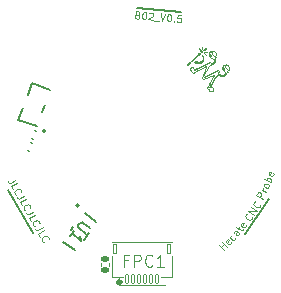
<source format=gbr>
%TF.GenerationSoftware,KiCad,Pcbnew,7.0.10*%
%TF.CreationDate,2024-11-13T08:35:09-08:00*%
%TF.ProjectId,ballBearingBoard241112,62616c6c-4265-4617-9269-6e67426f6172,rev?*%
%TF.SameCoordinates,Original*%
%TF.FileFunction,Legend,Top*%
%TF.FilePolarity,Positive*%
%FSLAX46Y46*%
G04 Gerber Fmt 4.6, Leading zero omitted, Abs format (unit mm)*
G04 Created by KiCad (PCBNEW 7.0.10) date 2024-11-13 08:35:09*
%MOMM*%
%LPD*%
G01*
G04 APERTURE LIST*
G04 Aperture macros list*
%AMRoundRect*
0 Rectangle with rounded corners*
0 $1 Rounding radius*
0 $2 $3 $4 $5 $6 $7 $8 $9 X,Y pos of 4 corners*
0 Add a 4 corners polygon primitive as box body*
4,1,4,$2,$3,$4,$5,$6,$7,$8,$9,$2,$3,0*
0 Add four circle primitives for the rounded corners*
1,1,$1+$1,$2,$3*
1,1,$1+$1,$4,$5*
1,1,$1+$1,$6,$7*
1,1,$1+$1,$8,$9*
0 Add four rect primitives between the rounded corners*
20,1,$1+$1,$2,$3,$4,$5,0*
20,1,$1+$1,$4,$5,$6,$7,0*
20,1,$1+$1,$6,$7,$8,$9,0*
20,1,$1+$1,$8,$9,$2,$3,0*%
%AMRotRect*
0 Rectangle, with rotation*
0 The origin of the aperture is its center*
0 $1 length*
0 $2 width*
0 $3 Rotation angle, in degrees counterclockwise*
0 Add horizontal line*
21,1,$1,$2,0,0,$3*%
G04 Aperture macros list end*
%ADD10C,0.150000*%
%ADD11C,0.070000*%
%ADD12C,0.050000*%
%ADD13C,0.128298*%
%ADD14C,0.000000*%
%ADD15C,0.100000*%
%ADD16C,0.152400*%
%ADD17C,0.304000*%
%ADD18C,0.120000*%
%ADD19RotRect,0.508000X0.863600X233.000000*%
%ADD20RotRect,0.889000X0.863600X233.000000*%
%ADD21RoundRect,0.030000X-0.120000X-0.370000X0.120000X-0.370000X0.120000X0.370000X-0.120000X0.370000X0*%
%ADD22RoundRect,0.040000X-0.160000X-0.360000X0.160000X-0.360000X0.160000X0.360000X-0.160000X0.360000X0*%
%ADD23RotRect,0.584200X1.320800X70.000000*%
%ADD24C,2.100000*%
%ADD25C,2.250000*%
%ADD26RoundRect,0.140000X0.170000X-0.140000X0.170000X0.140000X-0.170000X0.140000X-0.170000X-0.140000X0*%
%ADD27RoundRect,0.140000X-0.189700X-0.111865X0.073414X-0.207631X0.189700X0.111865X-0.073414X0.207631X0*%
G04 APERTURE END LIST*
D10*
X-11303000Y-3860800D02*
X-9144000Y-7543800D01*
X-355600Y11557000D02*
X3352800Y11201400D01*
X8788400Y-7645400D02*
X10820400Y-4622800D01*
D11*
X7074795Y5828859D02*
X7059387Y5819458D01*
X4157890Y6321950D02*
X4156869Y6332386D01*
X5838502Y4868467D02*
X5845388Y4869258D01*
X4192102Y6457602D02*
X4198850Y6466464D01*
X4218615Y6244253D02*
X4222080Y6243375D01*
X7078480Y6122961D02*
X7090721Y6106408D01*
X6249766Y6995232D02*
X6257722Y7012799D01*
X6007278Y4827380D02*
X6019399Y4817834D01*
X6511726Y5986447D02*
X6528086Y5978993D01*
X6195710Y7065351D02*
X6190891Y7045701D01*
X4236395Y6222111D02*
X4236457Y6213540D01*
X5910041Y6734209D02*
X5927335Y6740137D01*
X4232687Y6236355D02*
X4234233Y6233058D01*
X4166445Y6405998D02*
X4161691Y6388948D01*
X6848704Y5871628D02*
X6817584Y5875491D01*
X6280059Y7080140D02*
X6283492Y7096156D01*
X6196609Y7128810D02*
X6199021Y7110376D01*
X6700426Y5808026D02*
X6661657Y5816596D01*
X6284346Y7288938D02*
X6286902Y7302082D01*
X4230952Y6493887D02*
X4218097Y6485195D01*
X6170669Y7000006D02*
X6158828Y6980710D01*
X4230952Y6493887D02*
X4239844Y6498884D01*
X7031209Y5924550D02*
X7045108Y5937133D01*
X6307721Y7355705D02*
X6297903Y7335387D01*
X7034368Y5806749D02*
X7015519Y5799966D01*
X6123658Y6937187D02*
X6134722Y6949329D01*
X6132996Y7224273D02*
X6122610Y7230412D01*
X6188352Y7157822D02*
X6183686Y7168738D01*
X6060394Y6881333D02*
X6074047Y6891524D01*
X5716744Y4647305D02*
X5705634Y4644331D01*
X4222080Y6243375D02*
X4226811Y6241659D01*
X4699455Y6387158D02*
G75*
G03*
X4761758Y6236357I234655J8676D01*
G01*
X6500286Y5849564D02*
X6482274Y5849346D01*
X6170669Y7000006D02*
X6177735Y7012970D01*
X4210151Y6478134D02*
X4198850Y6466464D01*
X6744827Y5893237D02*
X6765489Y5887169D01*
X6123658Y6937187D02*
X6106154Y6919357D01*
X7203323Y6020409D02*
X7196507Y6007549D01*
X5958838Y4853782D02*
X5976843Y4845846D01*
X5919611Y6830628D02*
X5932969Y6829428D01*
X6025215Y6858514D02*
X6039483Y6866934D01*
X6149629Y6968055D02*
X6158828Y6980710D01*
X7214418Y6039165D02*
X7203323Y6020409D01*
X6285288Y7190454D02*
X6284024Y7203894D01*
X6093585Y6907990D02*
X6074047Y6891524D01*
X4407889Y6454090D02*
X4398182Y6463935D01*
X4229386Y6239847D02*
X4232687Y6236355D01*
X7163767Y5940998D02*
X7153191Y5920722D01*
X6075139Y4567299D02*
X6055835Y4540957D01*
X4453969Y6289964D02*
X4454269Y6292046D01*
X6347506Y5755240D02*
X6335280Y5741545D01*
X6279175Y5663072D02*
X5828054Y4866713D01*
X4157890Y6321950D02*
X4160212Y6306998D01*
X5317732Y5664910D02*
X5258063Y5728890D01*
X7103644Y6064660D02*
X7103228Y6044903D01*
X5801029Y4859673D02*
X5828054Y4866713D01*
X6199155Y7097686D02*
X6198006Y7078391D01*
X6317225Y5719978D02*
X6305751Y5704493D01*
X7222251Y6051438D02*
X7214418Y6039165D01*
X7094875Y5844956D02*
X7074795Y5828859D01*
X4210151Y6478134D02*
X4218097Y6485195D01*
X4162568Y6297944D02*
X4160212Y6306998D01*
X5789349Y6650404D02*
X5804432Y6667146D01*
X4456401Y6315467D02*
X4456636Y6328494D01*
X7063071Y5957927D02*
X7045108Y5937133D01*
X4350217Y6496002D02*
X4336477Y6501689D01*
X5995122Y4493539D02*
X5967130Y4480692D01*
X5751833Y4610353D02*
X5746789Y4623926D01*
D12*
X5298812Y7688442D02*
X5300362Y7687440D01*
X5481556Y7553091D01*
X5483368Y7551589D01*
X5485208Y7547257D01*
X5484590Y7542586D01*
X5483250Y7540654D01*
X5481724Y7538928D01*
X5477464Y7537190D01*
X5472909Y7537803D01*
X5470997Y7539086D01*
X5291917Y7676230D01*
X5290525Y7677442D01*
X5289106Y7680838D01*
X5289565Y7684488D01*
X5291774Y7687424D01*
X5295158Y7688872D01*
X5298812Y7688442D01*
G36*
X5298812Y7688442D02*
G01*
X5300362Y7687440D01*
X5481556Y7553091D01*
X5483368Y7551589D01*
X5485208Y7547257D01*
X5484590Y7542586D01*
X5483250Y7540654D01*
X5481724Y7538928D01*
X5477464Y7537190D01*
X5472909Y7537803D01*
X5470997Y7539086D01*
X5291917Y7676230D01*
X5290525Y7677442D01*
X5289106Y7680838D01*
X5289565Y7684488D01*
X5291774Y7687424D01*
X5295158Y7688872D01*
X5298812Y7688442D01*
G37*
D11*
X5949217Y4476003D02*
X5923522Y4472342D01*
X6280059Y7080140D02*
X6273541Y7055561D01*
X5953994Y6747781D02*
X5972053Y6752752D01*
X6199155Y7097686D02*
X6199021Y7110376D01*
X6644890Y5928978D02*
X6664217Y5921328D01*
X5999726Y6760824D02*
X5972053Y6752752D01*
X5752759Y6601389D02*
X5748917Y6595407D01*
X6395324Y5801358D02*
X6377938Y5785734D01*
X6292941Y7322007D02*
X6297903Y7335387D01*
X7063071Y5957927D02*
X7073793Y5972307D01*
X4159544Y6377429D02*
X4161691Y6388948D01*
X7323633Y6148430D02*
X7302427Y6134006D01*
X5867964Y6715406D02*
X5884514Y6724030D01*
X6471670Y5847514D02*
X6456570Y5843219D01*
X6174753Y7183859D02*
X6168048Y7193379D01*
X7260147Y6097495D02*
X7244602Y6080799D01*
X6039839Y4525375D02*
X6013744Y4504343D01*
X7239844Y6381663D02*
X7295853Y6332127D01*
X7356721Y6290122D01*
X7422152Y6253000D01*
X7438292Y6244678D01*
X6188352Y7157822D02*
X6194145Y7140790D01*
X4454005Y6358195D02*
X4455233Y6349813D01*
X4378679Y6053453D02*
X5477851Y6578435D01*
X5218247Y5529142D02*
X6136100Y5872550D01*
X4391061Y6470105D02*
X4379824Y6478918D01*
X7271183Y6108346D02*
X7260147Y6097495D01*
X6553589Y5967606D02*
X6528086Y5978993D01*
X5477851Y6578435D02*
X5522290Y6530779D01*
X6186165Y7032591D02*
X6190891Y7045701D01*
X7050662Y6150619D02*
X7037122Y6161998D01*
X6037327Y4801848D02*
X6048741Y4789307D01*
X6019399Y4817834D02*
X6037327Y4801848D01*
D13*
X5216607Y7821007D02*
G75*
G03*
X5088309Y7821007I-64149J0D01*
G01*
X5088309Y7821007D02*
G75*
G03*
X5216607Y7821007I64149J0D01*
G01*
D11*
X6065049Y4768800D02*
X6074622Y4753353D01*
X4442838Y6398845D02*
X4445878Y6390925D01*
X6249766Y6995232D02*
X6236779Y6968701D01*
X5723469Y4647675D02*
X5716744Y4647305D01*
X6598008Y5948331D02*
X6616402Y5940567D01*
X5967130Y4480692D02*
X5949217Y4476003D01*
X5872452Y4482075D02*
X5853489Y4490764D01*
D14*
G36*
X6938565Y6546705D02*
G01*
X6949199Y6544082D01*
X6959259Y6541135D01*
X6978184Y6533441D01*
X6997059Y6523763D01*
X7006320Y6518813D01*
X7015374Y6513805D01*
X7032826Y6503644D01*
X7053679Y6489522D01*
X7062056Y6483472D01*
X7070128Y6477350D01*
X7082071Y6467701D01*
X7097587Y6452465D01*
X7104961Y6444496D01*
X7117579Y6429023D01*
X7127056Y6412798D01*
X7131593Y6403571D01*
X7137628Y6388009D01*
X7140503Y6371105D01*
X7141334Y6360759D01*
X7141052Y6345591D01*
X7137299Y6328635D01*
X7134147Y6318374D01*
X7128157Y6303527D01*
X7118418Y6287476D01*
X7112280Y6278642D01*
X7100828Y6264351D01*
X7086116Y6250345D01*
X7078065Y6243418D01*
X7061666Y6230905D01*
X7042990Y6219994D01*
X7025390Y6211111D01*
X6994310Y6196223D01*
X6985498Y6204416D01*
X6969081Y6222026D01*
X6954138Y6240897D01*
X6940767Y6260910D01*
X6929057Y6281944D01*
X6919072Y6303847D01*
X6910902Y6326485D01*
X6904571Y6349708D01*
X6900138Y6373369D01*
X6897633Y6397309D01*
X6897068Y6421369D01*
X6898439Y6445408D01*
X6901753Y6469246D01*
X6906973Y6492747D01*
X6914076Y6515753D01*
X6923008Y6538099D01*
X6928260Y6548931D01*
X6938565Y6546705D01*
G37*
D11*
X6227032Y6950997D02*
X6211519Y6924610D01*
X7323982Y6148649D02*
G75*
G03*
X7020424Y6174721I-129802J268915D01*
G01*
X6406515Y5810940D02*
X6395324Y5801358D01*
X6744827Y5893237D02*
X6714092Y5903071D01*
X6287536Y7155863D02*
X6286982Y7169969D01*
X5755194Y4600567D02*
X5751833Y4610353D01*
X6093588Y4710886D02*
X6100442Y4683117D01*
X6074622Y4753353D02*
X6087363Y4728715D01*
X4175725Y6268354D02*
X4179857Y6263151D01*
X7059387Y5819458D02*
X7034368Y5806749D01*
X6100442Y4683117D02*
X6101828Y4663796D01*
X6796729Y5879686D02*
X6765489Y5887169D01*
X4433733Y6418185D02*
X4437746Y6410565D01*
X4449559Y6378808D02*
X4451668Y6370643D01*
X6156190Y7206174D02*
X6147591Y7214073D01*
X6602917Y5830593D02*
X6582149Y5835486D01*
X6693978Y5910230D02*
X6664217Y5921328D01*
X4212755Y6245316D02*
X4218615Y6244253D01*
X7180196Y5974655D02*
X7170507Y5954519D01*
X5953717Y6831355D02*
X5932969Y6829428D01*
X4197590Y6249504D02*
X4202068Y6247894D01*
X7031209Y5924550D02*
X7008795Y5907194D01*
X7244602Y6080799D02*
X7235312Y6069209D01*
X5789349Y6650404D02*
X5767125Y6622729D01*
X5827743Y6688102D02*
X5843557Y6700492D01*
X5988993Y4839053D02*
X6007278Y4827380D01*
X5923522Y4472342D02*
X5907886Y4473279D01*
X4456263Y6337062D02*
X4455233Y6349813D01*
X6598008Y5948331D02*
X6570977Y5959941D01*
X6046163Y6777558D02*
X6018309Y6766745D01*
X6446908Y5838646D02*
X6432358Y5830285D01*
X5726429Y5022622D02*
G75*
G03*
X5874277Y4948110I165581J144612D01*
G01*
X5916868Y6891889D02*
X5865592Y6946881D01*
X6927917Y5783912D02*
X6902767Y5783302D01*
X4302655Y6509291D02*
X4312484Y6508060D01*
X5953994Y6747781D02*
X5927335Y6740137D01*
X5919611Y6830628D02*
X5900073Y6834812D01*
X5795973Y4857961D02*
X5801029Y4859673D01*
X4433733Y6418185D02*
X4427149Y6429424D01*
X5953717Y6831355D02*
X5967782Y6834039D01*
X4162568Y6297944D02*
X4166746Y6285328D01*
X5743074Y4631302D02*
X5736891Y4640502D01*
X6105417Y7237909D02*
X6122610Y7230412D01*
X4234233Y6233058D02*
X4235947Y6227153D01*
X5976843Y4845846D02*
X5988993Y4839053D01*
X7153191Y5920722D02*
X7145361Y5907339D01*
X6091253Y6800424D02*
X6064552Y6785686D01*
X4208638Y6246101D02*
X4212755Y6245316D01*
X6149629Y6968055D02*
X6134722Y6949329D01*
X4422113Y6436674D02*
X4427149Y6429424D01*
X6091253Y6800424D02*
X6108530Y6811302D01*
X4236457Y6213540D02*
X4235799Y6206679D01*
X6511726Y5986447D02*
X6487771Y5997506D01*
X6048741Y4789307D02*
X6065049Y4768800D01*
X6693978Y5910230D02*
X6714092Y5903071D01*
X6553200Y5842000D02*
X6536408Y5845186D01*
X5752759Y6601389D02*
X5767125Y6622729D01*
X5258063Y5728890D02*
X5748917Y6595407D01*
X6536408Y5845186D02*
X6513403Y5848725D01*
X5917926Y4865871D02*
X5929471Y4863209D01*
X4449559Y6378808D02*
X4445878Y6390925D01*
X5580153Y4765028D02*
X5697071Y4639649D01*
X6118611Y7515365D02*
X6175979Y7466955D01*
X6234424Y7428140D01*
X6298407Y7393858D01*
X6305094Y7390664D01*
X6795628Y5790865D02*
X6768067Y5795177D01*
X4583093Y6330873D02*
G75*
G03*
X4642663Y6179262I233817J4361D01*
G01*
X6575317Y6185847D02*
X6523885Y6240999D01*
D12*
X5459865Y8110866D02*
X5461546Y8109242D01*
X5463045Y8107455D01*
X5464083Y8102913D01*
X5462694Y8098457D01*
X5461064Y8096794D01*
X5294903Y7944250D01*
X5293470Y7943096D01*
X5289886Y7942280D01*
X5286363Y7943366D01*
X5283856Y7946056D01*
X5283025Y7949642D01*
X5284078Y7953166D01*
X5285333Y7954515D01*
X5449097Y8109627D01*
X5450874Y8111141D01*
X5455407Y8112210D01*
X5459865Y8110866D01*
G36*
X5459865Y8110866D02*
G01*
X5461546Y8109242D01*
X5463045Y8107455D01*
X5464083Y8102913D01*
X5462694Y8098457D01*
X5461064Y8096794D01*
X5294903Y7944250D01*
X5293470Y7943096D01*
X5289886Y7942280D01*
X5286363Y7943366D01*
X5283856Y7946056D01*
X5283025Y7949642D01*
X5284078Y7953166D01*
X5285333Y7954515D01*
X5449097Y8109627D01*
X5450874Y8111141D01*
X5455407Y8112210D01*
X5459865Y8110866D01*
G37*
D11*
X6985291Y5791473D02*
X6963046Y5787737D01*
X6513403Y5848725D02*
X6500286Y5849564D01*
X6992303Y5897630D02*
X7008795Y5907194D01*
X5999726Y6760824D02*
X6018309Y6766745D01*
X5907886Y4473279D02*
X5885798Y4477226D01*
X6287536Y7155863D02*
X6287561Y7134235D01*
X6947908Y5879542D02*
X6966362Y5885338D01*
X4253834Y6504340D02*
X4239844Y6498884D01*
X6073600Y7246982D02*
X6059837Y7249470D01*
X6136100Y5872550D02*
X6180538Y5824894D01*
X6169098Y6866440D02*
X6148131Y6843827D01*
X5705634Y4644331D02*
X5697071Y4639649D01*
D12*
X5154787Y8258147D02*
X5158816Y8255810D01*
X5161124Y8251756D01*
X5161225Y8249428D01*
X5159475Y8023875D01*
X5159339Y8022032D01*
X5157488Y8018859D01*
X5154296Y8017023D01*
X5150614Y8017018D01*
X5147428Y8018855D01*
X5145569Y8022033D01*
X5145440Y8023871D01*
X5143689Y8249429D01*
X5143790Y8251756D01*
X5146100Y8255808D01*
X5150125Y8258146D01*
X5152458Y8258265D01*
X5154787Y8258147D01*
G36*
X5154787Y8258147D02*
G01*
X5158816Y8255810D01*
X5161124Y8251756D01*
X5161225Y8249428D01*
X5159475Y8023875D01*
X5159339Y8022032D01*
X5157488Y8018859D01*
X5154296Y8017023D01*
X5150614Y8017018D01*
X5147428Y8018855D01*
X5145569Y8022033D01*
X5145440Y8023871D01*
X5143689Y8249429D01*
X5143790Y8251756D01*
X5146100Y8255808D01*
X5150125Y8258146D01*
X5152458Y8258265D01*
X5154787Y8258147D01*
G37*
X5580446Y7799875D02*
X5582759Y7799607D01*
X5586636Y7797024D01*
X5588693Y7792842D01*
X5588651Y7790511D01*
X5588371Y7788198D01*
X5585751Y7784341D01*
X5581550Y7782320D01*
X5579219Y7782377D01*
X5354335Y7799859D01*
X5352510Y7800124D01*
X5349465Y7802193D01*
X5347867Y7805506D01*
X5348127Y7809177D01*
X5350169Y7812227D01*
X5353470Y7813858D01*
X5355318Y7813858D01*
X5580446Y7799875D01*
G36*
X5580446Y7799875D02*
G01*
X5582759Y7799607D01*
X5586636Y7797024D01*
X5588693Y7792842D01*
X5588651Y7790511D01*
X5588371Y7788198D01*
X5585751Y7784341D01*
X5581550Y7782320D01*
X5579219Y7782377D01*
X5354335Y7799859D01*
X5352510Y7800124D01*
X5349465Y7802193D01*
X5347867Y7805506D01*
X5348127Y7809177D01*
X5350169Y7812227D01*
X5353470Y7813858D01*
X5355318Y7813858D01*
X5580446Y7799875D01*
G37*
D14*
G36*
X4953467Y7758534D02*
G01*
X4970541Y7754465D01*
X4987020Y7748424D01*
X5002677Y7740502D01*
X5017301Y7730803D01*
X5030687Y7719457D01*
X5042659Y7706622D01*
X5053041Y7692477D01*
X5061700Y7677212D01*
X5068511Y7661041D01*
X5073387Y7644181D01*
X5076249Y7626865D01*
X5077072Y7609344D01*
X5075835Y7591838D01*
X5072558Y7574593D01*
X5067288Y7557852D01*
X5063808Y7549801D01*
X5055182Y7541748D01*
X5041373Y7539754D01*
X5014113Y7533834D01*
X4987406Y7525769D01*
X4961427Y7515594D01*
X4936343Y7503383D01*
X4912312Y7489224D01*
X4889483Y7473184D01*
X4878655Y7464393D01*
X4877206Y7463177D01*
X4876708Y7463031D01*
X4876154Y7462943D01*
X4875552Y7462924D01*
X4874890Y7462953D01*
X4874182Y7463055D01*
X4873429Y7463207D01*
X4872623Y7463420D01*
X4871774Y7463699D01*
X4870871Y7464025D01*
X4869925Y7464416D01*
X4868935Y7464865D01*
X4867902Y7465368D01*
X4866826Y7465933D01*
X4865701Y7466543D01*
X4864539Y7467218D01*
X4863340Y7467941D01*
X4862096Y7468730D01*
X4860813Y7469562D01*
X4859497Y7470449D01*
X4858143Y7471399D01*
X4856747Y7472396D01*
X4855320Y7473442D01*
X4853854Y7474544D01*
X4852356Y7475699D01*
X4850830Y7476909D01*
X4849270Y7478160D01*
X4847679Y7479466D01*
X4846055Y7480821D01*
X4738666Y7380824D01*
X4747627Y7367405D01*
X4752536Y7357906D01*
X4753318Y7347690D01*
X4339144Y6961461D01*
X4337832Y6960765D01*
X4337292Y6960664D01*
X4336689Y6960621D01*
X4336036Y6960640D01*
X4335329Y6960726D01*
X4334577Y6960867D01*
X4333774Y6961067D01*
X4332922Y6961332D01*
X4332024Y6961655D01*
X4331076Y6962039D01*
X4330082Y6962480D01*
X4329044Y6962979D01*
X4327966Y6963532D01*
X4326845Y6964145D01*
X4325679Y6964819D01*
X4324471Y6965539D01*
X4323225Y6966319D01*
X4321946Y6967154D01*
X4320622Y6968036D01*
X4319268Y6968982D01*
X4317874Y6969979D01*
X4316446Y6971021D01*
X4314982Y6972123D01*
X4313480Y6973271D01*
X4311957Y6974471D01*
X4310398Y6975722D01*
X4308803Y6977027D01*
X4307187Y6978381D01*
X4305537Y6979775D01*
X4303873Y6981221D01*
X4237928Y6919413D01*
X4249344Y6901374D01*
X4250628Y6890885D01*
X3931702Y6593494D01*
X3917975Y6597460D01*
X3909594Y6603337D01*
X3901319Y6610083D01*
X3885058Y6625314D01*
X3877725Y6632946D01*
X3870648Y6640790D01*
X3863964Y6648701D01*
X3856682Y6658043D01*
X3848904Y6669380D01*
X3843858Y6678611D01*
X3842714Y6689106D01*
X4161540Y6986405D01*
X4179851Y6979255D01*
X4188464Y6972615D01*
X4254455Y7034495D01*
X4251976Y7037870D01*
X4250803Y7039519D01*
X4249679Y7041128D01*
X4248597Y7042714D01*
X4247567Y7044261D01*
X4246576Y7045771D01*
X4245639Y7047244D01*
X4244751Y7048688D01*
X4243904Y7050088D01*
X4243102Y7051455D01*
X4242352Y7052777D01*
X4241659Y7054058D01*
X4241007Y7055309D01*
X4240413Y7056513D01*
X4239860Y7057666D01*
X4239363Y7058784D01*
X4238916Y7059852D01*
X4238523Y7060881D01*
X4238179Y7061854D01*
X4237883Y7062790D01*
X4237651Y7063673D01*
X4237464Y7064503D01*
X4237334Y7065292D01*
X4237252Y7066023D01*
X4237235Y7066704D01*
X4237266Y7067327D01*
X4237351Y7067900D01*
X4237498Y7068422D01*
X4237697Y7068883D01*
X4238269Y7069638D01*
X4652470Y7455893D01*
X4653679Y7456561D01*
X4654184Y7456666D01*
X4654731Y7456724D01*
X4655325Y7456727D01*
X4655963Y7456673D01*
X4656645Y7456564D01*
X4657374Y7456410D01*
X4658143Y7456199D01*
X4658956Y7455927D01*
X4659812Y7455607D01*
X4660707Y7455241D01*
X4661642Y7454816D01*
X4662620Y7454349D01*
X4663633Y7453827D01*
X4664685Y7453259D01*
X4665772Y7452636D01*
X4666898Y7451962D01*
X4668059Y7451240D01*
X4669251Y7450471D01*
X4670486Y7449658D01*
X4671746Y7448786D01*
X4673045Y7447883D01*
X4674366Y7446923D01*
X4675726Y7445918D01*
X4677115Y7444869D01*
X4678531Y7443771D01*
X4679980Y7442625D01*
X4681452Y7441441D01*
X4682958Y7440207D01*
X4684478Y7438934D01*
X4791771Y7539017D01*
X4789331Y7542418D01*
X4788188Y7544058D01*
X4787093Y7545674D01*
X4786042Y7547254D01*
X4785038Y7548788D01*
X4784099Y7550297D01*
X4783192Y7551751D01*
X4782344Y7553178D01*
X4781544Y7554555D01*
X4780795Y7555898D01*
X4780096Y7557192D01*
X4779456Y7558446D01*
X4778864Y7559655D01*
X4778328Y7560818D01*
X4777837Y7561934D01*
X4777407Y7563008D01*
X4777028Y7564030D01*
X4776711Y7565003D01*
X4776432Y7565917D01*
X4776224Y7566792D01*
X4776064Y7567612D01*
X4775953Y7568380D01*
X4775917Y7569098D01*
X4775923Y7569753D01*
X4775987Y7570351D01*
X4776113Y7570902D01*
X4776292Y7571389D01*
X4776833Y7572195D01*
X4777604Y7572756D01*
X4787137Y7582939D01*
X4804724Y7604598D01*
X4820526Y7627580D01*
X4834454Y7651754D01*
X4846413Y7676961D01*
X4856331Y7703036D01*
X4864135Y7729818D01*
X4867090Y7743447D01*
X4875720Y7751495D01*
X4884002Y7754410D01*
X4901065Y7758501D01*
X4918493Y7760562D01*
X4936039Y7760572D01*
X4953467Y7758534D01*
G37*
D11*
X4454005Y6358195D02*
X4451668Y6370643D01*
X6037646Y7251497D02*
X6059837Y7249470D01*
X5946959Y4858264D02*
X5958838Y4853782D01*
X6073600Y7246982D02*
X6093314Y7242221D01*
D14*
G36*
X5802146Y7703081D02*
G01*
X5812546Y7698357D01*
X5822714Y7693451D01*
X5832192Y7688517D01*
X5843250Y7682268D01*
X5864322Y7669290D01*
X5872979Y7663795D01*
X5881446Y7658301D01*
X5890874Y7652009D01*
X5902306Y7644159D01*
X5924148Y7627394D01*
X5932892Y7620317D01*
X5941283Y7613247D01*
X5953662Y7602246D01*
X5969588Y7585507D01*
X5976459Y7577663D01*
X5982871Y7569827D01*
X5989960Y7560429D01*
X5999498Y7543803D01*
X6004043Y7534475D01*
X6010047Y7518985D01*
X6012827Y7502638D01*
X6013600Y7491977D01*
X6013151Y7478383D01*
X6009183Y7462593D01*
X6005872Y7453086D01*
X5999637Y7439389D01*
X5989503Y7424556D01*
X5983120Y7416371D01*
X5971197Y7403034D01*
X5955806Y7389620D01*
X5947359Y7382885D01*
X5930126Y7370471D01*
X5910359Y7358899D01*
X5901004Y7353820D01*
X5890086Y7348242D01*
X5856713Y7334005D01*
X5847540Y7342800D01*
X5830490Y7361644D01*
X5815013Y7381798D01*
X5801213Y7403134D01*
X5789172Y7425510D01*
X5778976Y7448787D01*
X5770689Y7472810D01*
X5764364Y7497422D01*
X5760044Y7522465D01*
X5757752Y7547774D01*
X5757509Y7573186D01*
X5759312Y7598528D01*
X5763159Y7623652D01*
X5769016Y7648383D01*
X5776843Y7672557D01*
X5786588Y7696020D01*
X5792287Y7707381D01*
X5802146Y7703081D01*
G37*
D11*
X6060394Y6881333D02*
X6039483Y6866934D01*
X5853489Y4490764D02*
X5841815Y4497569D01*
X5731893Y4644282D02*
X5723469Y4647675D01*
X7107142Y5856361D02*
X7094875Y5844956D01*
X5956736Y7835413D02*
X5954109Y7853066D01*
X4326975Y6504593D02*
X4336477Y6501689D01*
X4442838Y6398845D02*
X4437746Y6410565D01*
X5989261Y6841225D02*
X5967782Y6834039D01*
X6305094Y7390664D02*
X6323470Y7382207D01*
X6281255Y7256296D02*
X6281423Y7236771D01*
X4156743Y6348920D02*
X4157253Y6360191D01*
X5861913Y4870463D02*
X5872979Y4870458D01*
X7302427Y6134006D02*
X7289498Y6123914D01*
X5736891Y4640502D02*
X5731893Y4644282D01*
X4156743Y6348920D02*
X4156869Y6332386D01*
X5885798Y4477226D02*
X5872452Y4482075D01*
X4456263Y6337062D02*
X4456636Y6328494D01*
X6335280Y5741545D02*
X6317225Y5719978D01*
X4235799Y6206679D02*
X4378679Y6053453D01*
X6644890Y5928978D02*
X6616402Y5940567D01*
X4190798Y6253311D02*
X4197590Y6249504D01*
X4166746Y6285328D02*
X4170155Y6278083D01*
X6101828Y4663796D02*
X6100716Y4634410D01*
X6105417Y7237909D02*
X6093314Y7242221D01*
X6046163Y6777558D02*
X6064552Y6785686D01*
X7086485Y5994481D02*
X7073793Y5972307D01*
X4177390Y6433174D02*
X4182731Y6443439D01*
X5746789Y4623926D02*
X5743074Y4631302D01*
X4177390Y6433174D02*
X4170230Y6417169D01*
X7050662Y6150619D02*
X7068813Y6133914D01*
X7132707Y5887546D02*
X7123015Y5874827D01*
X4422113Y6436674D02*
X4413973Y6447309D01*
X7096308Y6094997D02*
X7090721Y6106408D01*
X5828054Y4866713D02*
X5838502Y4868467D01*
X6096190Y4614789D02*
X6085866Y4585745D01*
X6055835Y4540957D02*
X6039839Y4525375D01*
X4371743Y6484263D02*
X4379824Y6478918D01*
X6285288Y7190454D02*
X6286982Y7169969D01*
X6200196Y6907422D02*
X6182269Y6882257D01*
X5799724Y4527299D02*
X5791056Y4535684D01*
X6553589Y5967606D02*
X6570977Y5959941D01*
X5900907Y4868497D02*
X5917926Y4865871D01*
X6169098Y6866440D02*
X6182269Y6882257D01*
X6100716Y4634410D02*
X6096190Y4614789D01*
X7013319Y6179967D02*
X7037122Y6161998D01*
X6093585Y6907990D02*
X6106154Y6919357D01*
X6282301Y7223679D02*
X6281423Y7236771D01*
X7289498Y6123914D02*
X7271183Y6108346D01*
X6727017Y5802495D02*
X6700426Y5808026D01*
X7186612Y5987971D02*
X7180196Y5974655D01*
X5929471Y4863209D02*
X5946959Y4858264D01*
X6174753Y7183859D02*
X6183686Y7168738D01*
X7196507Y6007549D02*
X7186612Y5987971D01*
X5910041Y6734209D02*
X5884514Y6724030D01*
X6156190Y7206174D02*
X6168048Y7193379D01*
X4253834Y6504340D02*
X4263356Y6507161D01*
X6947908Y5879542D02*
X6919358Y5873026D01*
X7235312Y6069209D02*
X7222251Y6051438D01*
X5814568Y4515755D02*
X5799724Y4527299D01*
X6523885Y6240999D02*
X5317732Y5664910D01*
X4226811Y6241659D02*
X4229386Y6239847D01*
X4454269Y6292046D02*
X4455936Y6306722D01*
X5989261Y6841225D02*
X6003649Y6847153D01*
X4302655Y6509291D02*
X4287848Y6510089D01*
X4179857Y6263151D02*
X4186314Y6256512D01*
X6472666Y6004631D02*
X6487771Y5997506D01*
X5760861Y4584882D02*
X5755194Y4600567D01*
X6180538Y5824894D02*
X5580153Y4765028D01*
X6661657Y5816596D02*
X6637440Y5822313D01*
X5522290Y6530779D02*
X5115697Y5639119D01*
X4186314Y6256512D02*
X4190798Y6253311D01*
X5956736Y7835413D02*
X5973437Y7765763D01*
X6000416Y7689628D01*
X6035996Y7619578D01*
X6080736Y7556209D01*
X6118611Y7515365D01*
X4192102Y6457602D02*
X4182731Y6443439D01*
X5889662Y4869749D02*
X5900907Y4868497D01*
X7123015Y5874827D02*
X7107142Y5856361D01*
X6307721Y7355705D02*
X6313457Y7366240D01*
X4391061Y6470105D02*
X4398182Y6463935D01*
X5887651Y6840317D02*
X5916868Y6891889D01*
X6292941Y7322007D02*
X6286902Y7302082D01*
X7086485Y5994481D02*
X7093519Y6009270D01*
X7078480Y6122961D02*
X7068813Y6133914D01*
X5791056Y4535684D02*
X5779416Y4549103D01*
X6899548Y5871068D02*
X6919358Y5873026D01*
D12*
X5145237Y7526489D02*
X5154617Y7517084D01*
X5163725Y7507604D01*
X5172568Y7498058D01*
X5181139Y7488429D01*
X5189441Y7478738D01*
X5197478Y7468972D01*
X5207141Y7456661D01*
X5238857Y7402153D01*
X5244130Y7391821D01*
X5249139Y7381454D01*
X5253877Y7371052D01*
X5258342Y7360601D01*
X5262547Y7350126D01*
X5266478Y7339624D01*
X5273538Y7318511D01*
X5282414Y7262345D01*
X5283427Y7251873D01*
X5284170Y7241432D01*
X5284646Y7231019D01*
X5284863Y7220642D01*
X5284824Y7210302D01*
X5284518Y7200003D01*
X5283131Y7179539D01*
X5270037Y7127927D01*
X5266167Y7116158D01*
X5261921Y7104557D01*
X5257296Y7093123D01*
X5252303Y7081862D01*
X5246936Y7070784D01*
X5238798Y7055581D01*
X5206054Y7014647D01*
X5197728Y7005572D01*
X5189096Y6996743D01*
X5180166Y6988161D01*
X5170936Y6979836D01*
X5161423Y6971773D01*
X5147629Y6960904D01*
X5100550Y6933880D01*
X5091454Y6929216D01*
X5082246Y6924713D01*
X5072940Y6920367D01*
X5063537Y6916185D01*
X5054045Y6912152D01*
X5044460Y6908277D01*
X5025047Y6901004D01*
X4971738Y6886886D01*
X4961695Y6884573D01*
X4951639Y6882388D01*
X4941564Y6880336D01*
X4931478Y6878413D01*
X4921386Y6876618D01*
X4911294Y6874941D01*
X4891101Y6871987D01*
X4837950Y6868453D01*
X4825594Y6867994D01*
X4813276Y6867705D01*
X4801016Y6867594D01*
X4788799Y6867644D01*
X4776645Y6867872D01*
X4759727Y6868467D01*
X4709879Y6873945D01*
X4698366Y6875546D01*
X4686930Y6877299D01*
X4675581Y6879197D01*
X4664310Y6881242D01*
X4653127Y6883435D01*
X4637608Y6886754D01*
X4592404Y6900150D01*
X4581996Y6903578D01*
X4571675Y6907146D01*
X4561445Y6910852D01*
X4551305Y6914693D01*
X4541246Y6918667D01*
X4527329Y6924465D01*
X4486996Y6945277D01*
X4485575Y6946941D01*
X4484455Y6951162D01*
X4485525Y6955401D01*
X4488515Y6958583D01*
X4492673Y6959915D01*
X4494840Y6959621D01*
X4514783Y6949214D01*
X4524947Y6944284D01*
X4535227Y6939543D01*
X4545642Y6934988D01*
X4556173Y6930616D01*
X4566842Y6926433D01*
X4577629Y6922438D01*
X4611742Y6911276D01*
X4629281Y6906364D01*
X4647120Y6901914D01*
X4665255Y6897929D01*
X4683670Y6894421D01*
X4702346Y6891405D01*
X4721275Y6888895D01*
X4740444Y6886886D01*
X4759840Y6885391D01*
X4779450Y6884442D01*
X4799260Y6884023D01*
X4819252Y6884157D01*
X4829314Y6884434D01*
X4839424Y6884853D01*
X4849570Y6885411D01*
X4859754Y6886117D01*
X4869978Y6886971D01*
X4880229Y6887966D01*
X4918581Y6893024D01*
X4937813Y6896374D01*
X4957005Y6900301D01*
X4976107Y6904802D01*
X4995057Y6909894D01*
X5013807Y6915599D01*
X5032285Y6921911D01*
X5050447Y6928854D01*
X5068235Y6936433D01*
X5085595Y6944678D01*
X5102463Y6953577D01*
X5118788Y6963157D01*
X5134507Y6973429D01*
X5149569Y6984397D01*
X5163923Y6996079D01*
X5187481Y7018685D01*
X5198238Y7030811D01*
X5208298Y7043463D01*
X5217625Y7056606D01*
X5226221Y7070207D01*
X5234065Y7084268D01*
X5241141Y7098742D01*
X5247430Y7113609D01*
X5252919Y7128860D01*
X5257596Y7144448D01*
X5261439Y7160365D01*
X5264418Y7176576D01*
X5266542Y7193062D01*
X5267787Y7209802D01*
X5268129Y7226766D01*
X5267232Y7248991D01*
X5266207Y7260176D01*
X5264811Y7271412D01*
X5263032Y7282678D01*
X5260873Y7293969D01*
X5258322Y7305281D01*
X5255394Y7316603D01*
X5252071Y7327931D01*
X5248364Y7339242D01*
X5244257Y7350543D01*
X5239759Y7361827D01*
X5234873Y7373083D01*
X5229590Y7384296D01*
X5223908Y7395470D01*
X5217822Y7406578D01*
X5222655Y7392519D01*
X5226975Y7378681D01*
X5230800Y7365073D01*
X5234128Y7351685D01*
X5236975Y7338515D01*
X5239339Y7325574D01*
X5241230Y7312861D01*
X5242660Y7300370D01*
X5243635Y7288105D01*
X5244157Y7276071D01*
X5244240Y7264258D01*
X5243889Y7252677D01*
X5243112Y7241323D01*
X5241909Y7230190D01*
X5238282Y7208615D01*
X5234029Y7191237D01*
X5228747Y7174545D01*
X5222486Y7158540D01*
X5215299Y7143215D01*
X5207235Y7128565D01*
X5198332Y7114592D01*
X5188649Y7101293D01*
X5178231Y7088657D01*
X5167125Y7076687D01*
X5155383Y7065381D01*
X5143051Y7054734D01*
X5130181Y7044745D01*
X5116805Y7035396D01*
X5103000Y7026706D01*
X5074246Y7011254D01*
X5057812Y7003800D01*
X5041023Y6997089D01*
X5023885Y6991113D01*
X5006416Y6985864D01*
X4988612Y6981339D01*
X4970494Y6977521D01*
X4952071Y6974422D01*
X4933347Y6972017D01*
X4914331Y6970305D01*
X4895042Y6969282D01*
X4875489Y6968938D01*
X4855673Y6969265D01*
X4835608Y6970264D01*
X4825491Y6971001D01*
X4815311Y6971917D01*
X4805073Y6972988D01*
X4794783Y6974216D01*
X4774027Y6977171D01*
X4760498Y6979417D01*
X4746857Y6981929D01*
X4733102Y6984719D01*
X4719235Y6987780D01*
X4705254Y6991098D01*
X4691160Y6994693D01*
X4676943Y6998552D01*
X4662625Y7002679D01*
X4648167Y7007078D01*
X4633599Y7011739D01*
X4618898Y7016669D01*
X4604081Y7021870D01*
X4589136Y7027336D01*
X4574062Y7033062D01*
X4543525Y7045325D01*
X4541620Y7046296D01*
X4539062Y7049706D01*
X4538531Y7053939D01*
X4540170Y7057876D01*
X4543541Y7060483D01*
X4547763Y7061078D01*
X4549793Y7060416D01*
X4600418Y7040133D01*
X4616488Y7034533D01*
X4627885Y7030697D01*
X4639220Y7026998D01*
X4650482Y7023439D01*
X4661682Y7020016D01*
X4672820Y7016732D01*
X4719727Y7003934D01*
X4734621Y7000801D01*
X4745192Y6998717D01*
X4755701Y6996773D01*
X4766154Y6994969D01*
X4776544Y6993301D01*
X4786874Y6991772D01*
X4830422Y6986478D01*
X4846238Y6985729D01*
X4858009Y6985401D01*
X4869689Y6985275D01*
X4881298Y6985359D01*
X4892816Y6985638D01*
X4933250Y6987962D01*
X4947880Y6990107D01*
X4958754Y6991966D01*
X4969530Y6994025D01*
X4980207Y6996301D01*
X4990790Y6998788D01*
X5027776Y7009015D01*
X5040975Y7014180D01*
X5050727Y7018319D01*
X5060346Y7022673D01*
X5069827Y7027246D01*
X5079171Y7032047D01*
X5111448Y7050560D01*
X5122538Y7058907D01*
X5130625Y7065440D01*
X5138496Y7072200D01*
X5146155Y7079186D01*
X5153597Y7086407D01*
X5178585Y7113594D01*
X5186376Y7125248D01*
X5191862Y7134271D01*
X5197046Y7143529D01*
X5201914Y7153028D01*
X5206448Y7162772D01*
X5220438Y7198984D01*
X5224061Y7217930D01*
X5225677Y7229634D01*
X5226874Y7241588D01*
X5227537Y7251739D01*
X5227906Y7262066D01*
X5226743Y7307704D01*
X5224314Y7321691D01*
X5221893Y7333547D01*
X5219122Y7345578D01*
X5216641Y7355334D01*
X5213934Y7365211D01*
X5210993Y7375207D01*
X5207822Y7385315D01*
X5187768Y7440800D01*
X5176839Y7463255D01*
X5171003Y7474666D01*
X5164909Y7486194D01*
X5158564Y7497839D01*
X5153639Y7506650D01*
X5148577Y7515533D01*
X5143372Y7524478D01*
X5138027Y7533499D01*
X5145237Y7526489D01*
G36*
X5145237Y7526489D02*
G01*
X5154617Y7517084D01*
X5163725Y7507604D01*
X5172568Y7498058D01*
X5181139Y7488429D01*
X5189441Y7478738D01*
X5197478Y7468972D01*
X5207141Y7456661D01*
X5238857Y7402153D01*
X5244130Y7391821D01*
X5249139Y7381454D01*
X5253877Y7371052D01*
X5258342Y7360601D01*
X5262547Y7350126D01*
X5266478Y7339624D01*
X5273538Y7318511D01*
X5282414Y7262345D01*
X5283427Y7251873D01*
X5284170Y7241432D01*
X5284646Y7231019D01*
X5284863Y7220642D01*
X5284824Y7210302D01*
X5284518Y7200003D01*
X5283131Y7179539D01*
X5270037Y7127927D01*
X5266167Y7116158D01*
X5261921Y7104557D01*
X5257296Y7093123D01*
X5252303Y7081862D01*
X5246936Y7070784D01*
X5238798Y7055581D01*
X5206054Y7014647D01*
X5197728Y7005572D01*
X5189096Y6996743D01*
X5180166Y6988161D01*
X5170936Y6979836D01*
X5161423Y6971773D01*
X5147629Y6960904D01*
X5100550Y6933880D01*
X5091454Y6929216D01*
X5082246Y6924713D01*
X5072940Y6920367D01*
X5063537Y6916185D01*
X5054045Y6912152D01*
X5044460Y6908277D01*
X5025047Y6901004D01*
X4971738Y6886886D01*
X4961695Y6884573D01*
X4951639Y6882388D01*
X4941564Y6880336D01*
X4931478Y6878413D01*
X4921386Y6876618D01*
X4911294Y6874941D01*
X4891101Y6871987D01*
X4837950Y6868453D01*
X4825594Y6867994D01*
X4813276Y6867705D01*
X4801016Y6867594D01*
X4788799Y6867644D01*
X4776645Y6867872D01*
X4759727Y6868467D01*
X4709879Y6873945D01*
X4698366Y6875546D01*
X4686930Y6877299D01*
X4675581Y6879197D01*
X4664310Y6881242D01*
X4653127Y6883435D01*
X4637608Y6886754D01*
X4592404Y6900150D01*
X4581996Y6903578D01*
X4571675Y6907146D01*
X4561445Y6910852D01*
X4551305Y6914693D01*
X4541246Y6918667D01*
X4527329Y6924465D01*
X4486996Y6945277D01*
X4485575Y6946941D01*
X4484455Y6951162D01*
X4485525Y6955401D01*
X4488515Y6958583D01*
X4492673Y6959915D01*
X4494840Y6959621D01*
X4514783Y6949214D01*
X4524947Y6944284D01*
X4535227Y6939543D01*
X4545642Y6934988D01*
X4556173Y6930616D01*
X4566842Y6926433D01*
X4577629Y6922438D01*
X4611742Y6911276D01*
X4629281Y6906364D01*
X4647120Y6901914D01*
X4665255Y6897929D01*
X4683670Y6894421D01*
X4702346Y6891405D01*
X4721275Y6888895D01*
X4740444Y6886886D01*
X4759840Y6885391D01*
X4779450Y6884442D01*
X4799260Y6884023D01*
X4819252Y6884157D01*
X4829314Y6884434D01*
X4839424Y6884853D01*
X4849570Y6885411D01*
X4859754Y6886117D01*
X4869978Y6886971D01*
X4880229Y6887966D01*
X4918581Y6893024D01*
X4937813Y6896374D01*
X4957005Y6900301D01*
X4976107Y6904802D01*
X4995057Y6909894D01*
X5013807Y6915599D01*
X5032285Y6921911D01*
X5050447Y6928854D01*
X5068235Y6936433D01*
X5085595Y6944678D01*
X5102463Y6953577D01*
X5118788Y6963157D01*
X5134507Y6973429D01*
X5149569Y6984397D01*
X5163923Y6996079D01*
X5187481Y7018685D01*
X5198238Y7030811D01*
X5208298Y7043463D01*
X5217625Y7056606D01*
X5226221Y7070207D01*
X5234065Y7084268D01*
X5241141Y7098742D01*
X5247430Y7113609D01*
X5252919Y7128860D01*
X5257596Y7144448D01*
X5261439Y7160365D01*
X5264418Y7176576D01*
X5266542Y7193062D01*
X5267787Y7209802D01*
X5268129Y7226766D01*
X5267232Y7248991D01*
X5266207Y7260176D01*
X5264811Y7271412D01*
X5263032Y7282678D01*
X5260873Y7293969D01*
X5258322Y7305281D01*
X5255394Y7316603D01*
X5252071Y7327931D01*
X5248364Y7339242D01*
X5244257Y7350543D01*
X5239759Y7361827D01*
X5234873Y7373083D01*
X5229590Y7384296D01*
X5223908Y7395470D01*
X5217822Y7406578D01*
X5222655Y7392519D01*
X5226975Y7378681D01*
X5230800Y7365073D01*
X5234128Y7351685D01*
X5236975Y7338515D01*
X5239339Y7325574D01*
X5241230Y7312861D01*
X5242660Y7300370D01*
X5243635Y7288105D01*
X5244157Y7276071D01*
X5244240Y7264258D01*
X5243889Y7252677D01*
X5243112Y7241323D01*
X5241909Y7230190D01*
X5238282Y7208615D01*
X5234029Y7191237D01*
X5228747Y7174545D01*
X5222486Y7158540D01*
X5215299Y7143215D01*
X5207235Y7128565D01*
X5198332Y7114592D01*
X5188649Y7101293D01*
X5178231Y7088657D01*
X5167125Y7076687D01*
X5155383Y7065381D01*
X5143051Y7054734D01*
X5130181Y7044745D01*
X5116805Y7035396D01*
X5103000Y7026706D01*
X5074246Y7011254D01*
X5057812Y7003800D01*
X5041023Y6997089D01*
X5023885Y6991113D01*
X5006416Y6985864D01*
X4988612Y6981339D01*
X4970494Y6977521D01*
X4952071Y6974422D01*
X4933347Y6972017D01*
X4914331Y6970305D01*
X4895042Y6969282D01*
X4875489Y6968938D01*
X4855673Y6969265D01*
X4835608Y6970264D01*
X4825491Y6971001D01*
X4815311Y6971917D01*
X4805073Y6972988D01*
X4794783Y6974216D01*
X4774027Y6977171D01*
X4760498Y6979417D01*
X4746857Y6981929D01*
X4733102Y6984719D01*
X4719235Y6987780D01*
X4705254Y6991098D01*
X4691160Y6994693D01*
X4676943Y6998552D01*
X4662625Y7002679D01*
X4648167Y7007078D01*
X4633599Y7011739D01*
X4618898Y7016669D01*
X4604081Y7021870D01*
X4589136Y7027336D01*
X4574062Y7033062D01*
X4543525Y7045325D01*
X4541620Y7046296D01*
X4539062Y7049706D01*
X4538531Y7053939D01*
X4540170Y7057876D01*
X4543541Y7060483D01*
X4547763Y7061078D01*
X4549793Y7060416D01*
X4600418Y7040133D01*
X4616488Y7034533D01*
X4627885Y7030697D01*
X4639220Y7026998D01*
X4650482Y7023439D01*
X4661682Y7020016D01*
X4672820Y7016732D01*
X4719727Y7003934D01*
X4734621Y7000801D01*
X4745192Y6998717D01*
X4755701Y6996773D01*
X4766154Y6994969D01*
X4776544Y6993301D01*
X4786874Y6991772D01*
X4830422Y6986478D01*
X4846238Y6985729D01*
X4858009Y6985401D01*
X4869689Y6985275D01*
X4881298Y6985359D01*
X4892816Y6985638D01*
X4933250Y6987962D01*
X4947880Y6990107D01*
X4958754Y6991966D01*
X4969530Y6994025D01*
X4980207Y6996301D01*
X4990790Y6998788D01*
X5027776Y7009015D01*
X5040975Y7014180D01*
X5050727Y7018319D01*
X5060346Y7022673D01*
X5069827Y7027246D01*
X5079171Y7032047D01*
X5111448Y7050560D01*
X5122538Y7058907D01*
X5130625Y7065440D01*
X5138496Y7072200D01*
X5146155Y7079186D01*
X5153597Y7086407D01*
X5178585Y7113594D01*
X5186376Y7125248D01*
X5191862Y7134271D01*
X5197046Y7143529D01*
X5201914Y7153028D01*
X5206448Y7162772D01*
X5220438Y7198984D01*
X5224061Y7217930D01*
X5225677Y7229634D01*
X5226874Y7241588D01*
X5227537Y7251739D01*
X5227906Y7262066D01*
X5226743Y7307704D01*
X5224314Y7321691D01*
X5221893Y7333547D01*
X5219122Y7345578D01*
X5216641Y7355334D01*
X5213934Y7365211D01*
X5210993Y7375207D01*
X5207822Y7385315D01*
X5187768Y7440800D01*
X5176839Y7463255D01*
X5171003Y7474666D01*
X5164909Y7486194D01*
X5158564Y7497839D01*
X5153639Y7506650D01*
X5148577Y7515533D01*
X5143372Y7524478D01*
X5138027Y7533499D01*
X5145237Y7526489D01*
G37*
D11*
X6282301Y7223679D02*
X6284024Y7203894D01*
X6289254Y5680304D02*
X6279175Y5663072D01*
X6132756Y6830224D02*
X6148131Y6843827D01*
X6963046Y5787737D02*
X6927917Y5783912D01*
X6281255Y7256296D02*
X6281754Y7269323D01*
X7082818Y6693062D02*
X7102377Y6621917D01*
X7130254Y6546876D01*
X7164378Y6479821D01*
X7205595Y6420131D01*
X7239844Y6381663D01*
X5845388Y4869258D02*
X5861913Y4870463D01*
X6582149Y5835486D02*
X6553200Y5842000D01*
X6132996Y7224273D02*
X6147591Y7214073D01*
X6200196Y6907422D02*
X6211519Y6924610D01*
X5760195Y4841312D02*
X5777060Y4850278D01*
X6432358Y5830285D02*
X6422246Y5823103D01*
X6323498Y7382197D02*
X6313457Y7366240D01*
X6025215Y6858514D02*
X6003649Y6847153D01*
X5779416Y4549103D02*
X5773192Y4558956D01*
X6902767Y5783302D02*
X6863775Y5784056D01*
X6087363Y4728715D02*
X6093588Y4710886D01*
X5887651Y6840317D02*
X5900073Y6834812D01*
X4235947Y6227153D02*
X4236395Y6222111D01*
X6768067Y5795177D02*
X6727017Y5802495D01*
X4170155Y6278083D02*
X4175725Y6268354D01*
X6836733Y5786246D02*
X6795628Y5790865D01*
X6013744Y4504343D02*
X5995122Y4493539D01*
X7145361Y5907339D02*
X7132707Y5887546D01*
X6305751Y5704493D02*
X6289254Y5680304D01*
X6132756Y6830224D02*
X6108530Y6811302D01*
X6848704Y5871628D02*
X6869290Y5870154D01*
X4326975Y6504593D02*
X4312484Y6508060D01*
X5827743Y6688102D02*
X5804432Y6667146D01*
X6286426Y7119230D02*
X6283492Y7096156D01*
X6992303Y5897630D02*
X6966362Y5885338D01*
X4371743Y6484263D02*
X4359121Y6491724D01*
X4278002Y6509383D02*
X4287848Y6510089D01*
X7100280Y6030890D02*
X7093519Y6009270D01*
X5115697Y5639119D02*
X5218247Y5529142D01*
X6284346Y7288938D02*
X6281754Y7269323D01*
X4166445Y6405998D02*
X4170230Y6417169D01*
X5865592Y6946881D02*
X4468207Y6279448D01*
X7015519Y5799966D02*
X6985291Y5791473D01*
X4453925Y6289971D02*
G75*
G03*
X4468207Y6279448I9885J-1537D01*
G01*
X6365858Y5773984D02*
X6347506Y5755240D01*
X6323472Y7382205D02*
G75*
G03*
X6048882Y7250619I-255742J181379D01*
G01*
X4202068Y6247894D02*
X4208638Y6246101D01*
X6482274Y5849346D02*
X6471670Y5847514D01*
X5867964Y6715406D02*
X5843557Y6700492D01*
X7100280Y6030890D02*
X7103228Y6044903D01*
X4407889Y6454090D02*
X4413973Y6447309D01*
X4159544Y6377429D02*
X4157253Y6360191D01*
X4350217Y6496002D02*
X4359121Y6491724D01*
X6195710Y7065351D02*
X6198006Y7078391D01*
X7170507Y5954519D02*
X7163767Y5940998D01*
X5825012Y4508277D02*
X5814568Y4515755D01*
X6196609Y7128810D02*
X6194145Y7140790D01*
X6267719Y7038618D02*
X6273541Y7055561D01*
X6227032Y6950997D02*
X6236779Y6968701D01*
X6456570Y5843219D02*
X6446908Y5838646D01*
X4456401Y6315467D02*
X4455936Y6306722D01*
X6863775Y5784056D02*
X6836733Y5786246D01*
X6422246Y5823103D02*
X6406515Y5810940D01*
X7103644Y6064660D02*
X7102315Y6077290D01*
X6575317Y6185847D02*
X6472666Y6004631D01*
X4278002Y6509383D02*
X4263356Y6507161D01*
X6899548Y5871068D02*
X6869290Y5870154D01*
X6377938Y5785734D02*
X6365858Y5773984D01*
X5841815Y4497569D02*
X5825012Y4508277D01*
X6637440Y5822313D02*
X6602917Y5830593D01*
X7096308Y6094997D02*
X7102315Y6077290D01*
X5872979Y4870458D02*
X5889662Y4869749D01*
X6267719Y7038618D02*
X6257722Y7012799D01*
X5777060Y4850278D02*
X5788451Y4855076D01*
X5788451Y4855076D02*
X5795973Y4857961D01*
X6796729Y5879686D02*
X6817584Y5875491D01*
X5792663Y5138340D02*
G75*
G03*
X5936812Y5062126I164547J136794D01*
G01*
X5765105Y4574330D02*
X5760861Y4584882D01*
X6286426Y7119230D02*
X6287561Y7134235D01*
D12*
X4906774Y8169916D02*
X4908148Y8167999D01*
X5029527Y7977873D01*
X5030416Y7976262D01*
X5030589Y7972587D01*
X5028912Y7969313D01*
X5025828Y7967308D01*
X5022152Y7967111D01*
X5018865Y7968756D01*
X5017754Y7970232D01*
X4893439Y8158443D01*
X4892292Y8160436D01*
X4892002Y8165027D01*
X4894034Y8169147D01*
X4895854Y8170556D01*
X4897883Y8171762D01*
X4902580Y8172049D01*
X4906774Y8169916D01*
G36*
X4906774Y8169916D02*
G01*
X4908148Y8167999D01*
X5029527Y7977873D01*
X5030416Y7976262D01*
X5030589Y7972587D01*
X5028912Y7969313D01*
X5025828Y7967308D01*
X5022152Y7967111D01*
X5018865Y7968756D01*
X5017754Y7970232D01*
X4893439Y8158443D01*
X4892292Y8160436D01*
X4892002Y8165027D01*
X4894034Y8169147D01*
X4895854Y8170556D01*
X4897883Y8171762D01*
X4902580Y8172049D01*
X4906774Y8169916D01*
G37*
D11*
X6186165Y7032591D02*
X6177735Y7012970D01*
X6085866Y4585745D02*
X6075139Y4567299D01*
X5773192Y4558956D02*
X5765105Y4574330D01*
D15*
X-269864Y10947603D02*
X-186966Y10911670D01*
X-186966Y10911670D02*
X-160993Y10880717D01*
X-160993Y10880717D02*
X-137511Y10821301D01*
X-137511Y10821301D02*
X-144981Y10735913D01*
X-144981Y10735913D02*
X-178424Y10681478D01*
X-178424Y10681478D02*
X-209377Y10655505D01*
X-209377Y10655505D02*
X-268793Y10632023D01*
X-268793Y10632023D02*
X-496494Y10651944D01*
X-496494Y10651944D02*
X-444201Y11249661D01*
X-444201Y11249661D02*
X-244962Y11232230D01*
X-244962Y11232230D02*
X-190527Y11198787D01*
X-190527Y11198787D02*
X-164554Y11167834D01*
X-164554Y11167834D02*
X-141072Y11108418D01*
X-141072Y11108418D02*
X-146052Y11051493D01*
X-146052Y11051493D02*
X-179495Y10997058D01*
X-179495Y10997058D02*
X-210448Y10971085D01*
X-210448Y10971085D02*
X-269864Y10947603D01*
X-269864Y10947603D02*
X-469103Y10965034D01*
X267366Y11187407D02*
X324291Y11182427D01*
X324291Y11182427D02*
X378726Y11148984D01*
X378726Y11148984D02*
X404699Y11118031D01*
X404699Y11118031D02*
X428181Y11058615D01*
X428181Y11058615D02*
X446683Y10942274D01*
X446683Y10942274D02*
X434233Y10799961D01*
X434233Y10799961D02*
X395809Y10688600D01*
X395809Y10688600D02*
X362366Y10634165D01*
X362366Y10634165D02*
X331413Y10608192D01*
X331413Y10608192D02*
X271998Y10584710D01*
X271998Y10584710D02*
X215072Y10589690D01*
X215072Y10589690D02*
X160637Y10623133D01*
X160637Y10623133D02*
X134664Y10654086D01*
X134664Y10654086D02*
X111182Y10713502D01*
X111182Y10713502D02*
X92680Y10829843D01*
X92680Y10829843D02*
X105131Y10972156D01*
X105131Y10972156D02*
X143554Y11083517D01*
X143554Y11083517D02*
X176997Y11137952D01*
X176997Y11137952D02*
X207950Y11163924D01*
X207950Y11163924D02*
X267366Y11187407D01*
X689326Y11093129D02*
X720279Y11119102D01*
X720279Y11119102D02*
X779695Y11142584D01*
X779695Y11142584D02*
X922008Y11130133D01*
X922008Y11130133D02*
X976444Y11096690D01*
X976444Y11096690D02*
X1002416Y11065737D01*
X1002416Y11065737D02*
X1025899Y11006322D01*
X1025899Y11006322D02*
X1020918Y10949396D01*
X1020918Y10949396D02*
X984985Y10866498D01*
X984985Y10866498D02*
X613551Y10554828D01*
X613551Y10554828D02*
X983566Y10522456D01*
X1092437Y10455569D02*
X1547840Y10415727D01*
X1662039Y11065389D02*
X1808985Y10450241D01*
X1808985Y10450241D02*
X2060517Y11030526D01*
X2373607Y11003135D02*
X2430533Y10998154D01*
X2430533Y10998154D02*
X2484968Y10964711D01*
X2484968Y10964711D02*
X2510940Y10933758D01*
X2510940Y10933758D02*
X2534423Y10874343D01*
X2534423Y10874343D02*
X2552925Y10758002D01*
X2552925Y10758002D02*
X2540474Y10615688D01*
X2540474Y10615688D02*
X2502051Y10504328D01*
X2502051Y10504328D02*
X2468608Y10449892D01*
X2468608Y10449892D02*
X2437655Y10423920D01*
X2437655Y10423920D02*
X2378239Y10400437D01*
X2378239Y10400437D02*
X2321314Y10405418D01*
X2321314Y10405418D02*
X2266879Y10438861D01*
X2266879Y10438861D02*
X2240906Y10469814D01*
X2240906Y10469814D02*
X2217424Y10529229D01*
X2217424Y10529229D02*
X2198922Y10645570D01*
X2198922Y10645570D02*
X2211372Y10787884D01*
X2211372Y10787884D02*
X2249796Y10899244D01*
X2249796Y10899244D02*
X2283239Y10953680D01*
X2283239Y10953680D02*
X2314192Y10979652D01*
X2314192Y10979652D02*
X2373607Y11003135D01*
X2781698Y10422501D02*
X2807670Y10391548D01*
X2807670Y10391548D02*
X2776717Y10365575D01*
X2776717Y10365575D02*
X2750745Y10396528D01*
X2750745Y10396528D02*
X2781698Y10422501D01*
X2781698Y10422501D02*
X2776717Y10365575D01*
X3398265Y10913489D02*
X3113638Y10938390D01*
X3113638Y10938390D02*
X3060273Y10656253D01*
X3060273Y10656253D02*
X3091226Y10682226D01*
X3091226Y10682226D02*
X3150642Y10705708D01*
X3150642Y10705708D02*
X3292955Y10693258D01*
X3292955Y10693258D02*
X3347391Y10659815D01*
X3347391Y10659815D02*
X3373363Y10628862D01*
X3373363Y10628862D02*
X3396845Y10569446D01*
X3396845Y10569446D02*
X3384395Y10427133D01*
X3384395Y10427133D02*
X3350952Y10372697D01*
X3350952Y10372697D02*
X3319999Y10346725D01*
X3319999Y10346725D02*
X3260583Y10323242D01*
X3260583Y10323242D02*
X3118270Y10335693D01*
X3118270Y10335693D02*
X3063834Y10369136D01*
X3063834Y10369136D02*
X3037862Y10400089D01*
X7964283Y-7930878D02*
X7949439Y-7993017D01*
X7949439Y-7993017D02*
X7875978Y-8080565D01*
X7875978Y-8080565D02*
X7817360Y-8105973D01*
X7817360Y-8105973D02*
X7777108Y-8109495D01*
X7777108Y-8109495D02*
X7714968Y-8094651D01*
X7714968Y-8094651D02*
X7583646Y-7984459D01*
X7583646Y-7984459D02*
X7558238Y-7925841D01*
X7558238Y-7925841D02*
X7554716Y-7885589D01*
X7554716Y-7885589D02*
X7569560Y-7823450D01*
X7569560Y-7823450D02*
X7643021Y-7735902D01*
X7643021Y-7735902D02*
X7701639Y-7710493D01*
X8316747Y-7555277D02*
X8075990Y-7353258D01*
X8075990Y-7353258D02*
X8013850Y-7338414D01*
X8013850Y-7338414D02*
X7955233Y-7363823D01*
X7955233Y-7363823D02*
X7881771Y-7451371D01*
X7881771Y-7451371D02*
X7866928Y-7513510D01*
X8294860Y-7536912D02*
X8280016Y-7599051D01*
X8280016Y-7599051D02*
X8188189Y-7708486D01*
X8188189Y-7708486D02*
X8129571Y-7733895D01*
X8129571Y-7733895D02*
X8067432Y-7719051D01*
X8067432Y-7719051D02*
X8023658Y-7682320D01*
X8023658Y-7682320D02*
X7998249Y-7623702D01*
X7998249Y-7623702D02*
X8013093Y-7561563D01*
X8013093Y-7561563D02*
X8104920Y-7452128D01*
X8104920Y-7452128D02*
X8119764Y-7389989D01*
X10771940Y-3636988D02*
X10721896Y-3676703D01*
X10721896Y-3676703D02*
X10683926Y-3690522D01*
X10683926Y-3690522D02*
X10620063Y-3692267D01*
X10620063Y-3692267D02*
X10464696Y-3619818D01*
X10464696Y-3619818D02*
X10424981Y-3569774D01*
X10424981Y-3569774D02*
X10411162Y-3531805D01*
X10411162Y-3531805D02*
X10409417Y-3467941D01*
X10409417Y-3467941D02*
X10445641Y-3390258D01*
X10445641Y-3390258D02*
X10495685Y-3350543D01*
X10495685Y-3350543D02*
X10533655Y-3336724D01*
X10533655Y-3336724D02*
X10597518Y-3334979D01*
X10597518Y-3334979D02*
X10752886Y-3407428D01*
X10752886Y-3407428D02*
X10792600Y-3457472D01*
X10792600Y-3457472D02*
X10806419Y-3495441D01*
X10806419Y-3495441D02*
X10808164Y-3559305D01*
X10808164Y-3559305D02*
X10771940Y-3636988D01*
X10965137Y-3222676D02*
X10421352Y-2969106D01*
X10628508Y-3065704D02*
X10626763Y-3001840D01*
X10626763Y-3001840D02*
X10675062Y-2898262D01*
X10675062Y-2898262D02*
X10725107Y-2858548D01*
X10725107Y-2858548D02*
X10763076Y-2844728D01*
X10763076Y-2844728D02*
X10826940Y-2842983D01*
X10826940Y-2842983D02*
X10982307Y-2915432D01*
X10982307Y-2915432D02*
X11022021Y-2965476D01*
X11022021Y-2965476D02*
X11035841Y-3003446D01*
X11035841Y-3003446D02*
X11037586Y-3067309D01*
X11037586Y-3067309D02*
X10989286Y-3170887D01*
X10989286Y-3170887D02*
X10939242Y-3210602D01*
X10293983Y-4605394D02*
X9769211Y-4314508D01*
X9769211Y-4314508D02*
X9880025Y-4114595D01*
X9880025Y-4114595D02*
X9932717Y-4078468D01*
X9932717Y-4078468D02*
X9971558Y-4067331D01*
X9971558Y-4067331D02*
X10035388Y-4070045D01*
X10035388Y-4070045D02*
X10110356Y-4111600D01*
X10110356Y-4111600D02*
X10146482Y-4164293D01*
X10146482Y-4164293D02*
X10157620Y-4203134D01*
X10157620Y-4203134D02*
X10154905Y-4266963D01*
X10154905Y-4266963D02*
X10044092Y-4466877D01*
X10584869Y-4080622D02*
X10235021Y-3886698D01*
X10334977Y-3942105D02*
X10298851Y-3889412D01*
X10298851Y-3889412D02*
X10287713Y-3850571D01*
X10287713Y-3850571D02*
X10290428Y-3786741D01*
X10290428Y-3786741D02*
X10318131Y-3736763D01*
X-10652253Y-3037840D02*
X-11023406Y-3252125D01*
X-11023406Y-3252125D02*
X-11111923Y-3270239D01*
X-11111923Y-3270239D02*
X-11189981Y-3249323D01*
X-11189981Y-3249323D02*
X-11257582Y-3189378D01*
X-11257582Y-3189378D02*
X-11286154Y-3139891D01*
X-10886153Y-3832711D02*
X-11029011Y-3585276D01*
X-11029011Y-3585276D02*
X-10509395Y-3285276D01*
X-10565238Y-4274268D02*
X-10604267Y-4263810D01*
X-10604267Y-4263810D02*
X-10671868Y-4203865D01*
X-10671868Y-4203865D02*
X-10700439Y-4154378D01*
X-10700439Y-4154378D02*
X-10718553Y-4065861D01*
X-10718553Y-4065861D02*
X-10697637Y-3987803D01*
X-10697637Y-3987803D02*
X-10662436Y-3934488D01*
X-10662436Y-3934488D02*
X-10577747Y-3852601D01*
X-10577747Y-3852601D02*
X-10503516Y-3809744D01*
X-10503516Y-3809744D02*
X-10390256Y-3777345D01*
X-10390256Y-3777345D02*
X-10326483Y-3773517D01*
X-10326483Y-3773517D02*
X-10248425Y-3794433D01*
X-10248425Y-3794433D02*
X-10180824Y-3854378D01*
X-10180824Y-3854378D02*
X-10152253Y-3903865D01*
X-10152253Y-3903865D02*
X-10134139Y-3992381D01*
X-10134139Y-3992381D02*
X-10144597Y-4031411D01*
X-9880824Y-4373993D02*
X-10251978Y-4588279D01*
X-10251978Y-4588279D02*
X-10340494Y-4606392D01*
X-10340494Y-4606392D02*
X-10418553Y-4585476D01*
X-10418553Y-4585476D02*
X-10486154Y-4525531D01*
X-10486154Y-4525531D02*
X-10514725Y-4476044D01*
X-10114725Y-5168865D02*
X-10257582Y-4921429D01*
X-10257582Y-4921429D02*
X-9737967Y-4621429D01*
X-9793809Y-5610421D02*
X-9832839Y-5599963D01*
X-9832839Y-5599963D02*
X-9900439Y-5540018D01*
X-9900439Y-5540018D02*
X-9929011Y-5490531D01*
X-9929011Y-5490531D02*
X-9947124Y-5402015D01*
X-9947124Y-5402015D02*
X-9926209Y-5323956D01*
X-9926209Y-5323956D02*
X-9891007Y-5270641D01*
X-9891007Y-5270641D02*
X-9806319Y-5188755D01*
X-9806319Y-5188755D02*
X-9732088Y-5145897D01*
X-9732088Y-5145897D02*
X-9618828Y-5113498D01*
X-9618828Y-5113498D02*
X-9555055Y-5109670D01*
X-9555055Y-5109670D02*
X-9476996Y-5130586D01*
X-9476996Y-5130586D02*
X-9409396Y-5190531D01*
X-9409396Y-5190531D02*
X-9380824Y-5240018D01*
X-9380824Y-5240018D02*
X-9362711Y-5328535D01*
X-9362711Y-5328535D02*
X-9373168Y-5367564D01*
X-9109396Y-5710146D02*
X-9480549Y-5924432D01*
X-9480549Y-5924432D02*
X-9569066Y-5942546D01*
X-9569066Y-5942546D02*
X-9647124Y-5921630D01*
X-9647124Y-5921630D02*
X-9714725Y-5861685D01*
X-9714725Y-5861685D02*
X-9743297Y-5812198D01*
X-9343296Y-6505018D02*
X-9486154Y-6257582D01*
X-9486154Y-6257582D02*
X-8966538Y-5957582D01*
X-9022381Y-6946574D02*
X-9061410Y-6936117D01*
X-9061410Y-6936117D02*
X-9129011Y-6876172D01*
X-9129011Y-6876172D02*
X-9157582Y-6826684D01*
X-9157582Y-6826684D02*
X-9175696Y-6738168D01*
X-9175696Y-6738168D02*
X-9154780Y-6660109D01*
X-9154780Y-6660109D02*
X-9119579Y-6606794D01*
X-9119579Y-6606794D02*
X-9034890Y-6524908D01*
X-9034890Y-6524908D02*
X-8960659Y-6482051D01*
X-8960659Y-6482051D02*
X-8847399Y-6449651D01*
X-8847399Y-6449651D02*
X-8783626Y-6445824D01*
X-8783626Y-6445824D02*
X-8705568Y-6466739D01*
X-8705568Y-6466739D02*
X-8637967Y-6526684D01*
X-8637967Y-6526684D02*
X-8609396Y-6576172D01*
X-8609396Y-6576172D02*
X-8591282Y-6664688D01*
X-8591282Y-6664688D02*
X-8601740Y-6703717D01*
X-8337967Y-7046300D02*
X-8709121Y-7260585D01*
X-8709121Y-7260585D02*
X-8797637Y-7278699D01*
X-8797637Y-7278699D02*
X-8875696Y-7257783D01*
X-8875696Y-7257783D02*
X-8943297Y-7197838D01*
X-8943297Y-7197838D02*
X-8971868Y-7148351D01*
X-8571868Y-7841171D02*
X-8714725Y-7593736D01*
X-8714725Y-7593736D02*
X-8195110Y-7293736D01*
X-8250952Y-8282728D02*
X-8289982Y-8272270D01*
X-8289982Y-8272270D02*
X-8357582Y-8212325D01*
X-8357582Y-8212325D02*
X-8386154Y-8162838D01*
X-8386154Y-8162838D02*
X-8404267Y-8074321D01*
X-8404267Y-8074321D02*
X-8383352Y-7996263D01*
X-8383352Y-7996263D02*
X-8348150Y-7942948D01*
X-8348150Y-7942948D02*
X-8263462Y-7861061D01*
X-8263462Y-7861061D02*
X-8189231Y-7818204D01*
X-8189231Y-7818204D02*
X-8075971Y-7785805D01*
X-8075971Y-7785805D02*
X-8012198Y-7781977D01*
X-8012198Y-7781977D02*
X-7934139Y-7802893D01*
X-7934139Y-7802893D02*
X-7866539Y-7862838D01*
X-7866539Y-7862838D02*
X-7837967Y-7912325D01*
X-7837967Y-7912325D02*
X-7819854Y-8000841D01*
X-7819854Y-8000841D02*
X-7830311Y-8039871D01*
X9406702Y-6143724D02*
X9415103Y-6183247D01*
X9415103Y-6183247D02*
X9392382Y-6270694D01*
X9392382Y-6270694D02*
X9361260Y-6318618D01*
X9361260Y-6318618D02*
X9290614Y-6374943D01*
X9290614Y-6374943D02*
X9211568Y-6391745D01*
X9211568Y-6391745D02*
X9148083Y-6384584D01*
X9148083Y-6384584D02*
X9036674Y-6346302D01*
X9036674Y-6346302D02*
X8964788Y-6299619D01*
X8964788Y-6299619D02*
X8884501Y-6213412D01*
X8884501Y-6213412D02*
X8852138Y-6158328D01*
X8852138Y-6158328D02*
X8835336Y-6079282D01*
X8835336Y-6079282D02*
X8858057Y-5991834D01*
X8858057Y-5991834D02*
X8889179Y-5943910D01*
X8889179Y-5943910D02*
X8959825Y-5887585D01*
X8959825Y-5887585D02*
X8999348Y-5879185D01*
X9594676Y-5959188D02*
X9091474Y-5632404D01*
X9091474Y-5632404D02*
X9781410Y-5671643D01*
X9781410Y-5671643D02*
X9278207Y-5344860D01*
X10075830Y-5113357D02*
X10084231Y-5152880D01*
X10084231Y-5152880D02*
X10061510Y-5240327D01*
X10061510Y-5240327D02*
X10030387Y-5288251D01*
X10030387Y-5288251D02*
X9959742Y-5344576D01*
X9959742Y-5344576D02*
X9880696Y-5361378D01*
X9880696Y-5361378D02*
X9817211Y-5354218D01*
X9817211Y-5354218D02*
X9705801Y-5315936D01*
X9705801Y-5315936D02*
X9633915Y-5269252D01*
X9633915Y-5269252D02*
X9553628Y-5183046D01*
X9553628Y-5183046D02*
X9521265Y-5127962D01*
X9521265Y-5127962D02*
X9504464Y-5048915D01*
X9504464Y-5048915D02*
X9527185Y-4961468D01*
X9527185Y-4961468D02*
X9558307Y-4913544D01*
X9558307Y-4913544D02*
X9628953Y-4857219D01*
X9628953Y-4857219D02*
X9668476Y-4848818D01*
X11207204Y-2449005D02*
X11213400Y-2512591D01*
X11213400Y-2512591D02*
X11172444Y-2619286D01*
X11172444Y-2619286D02*
X11125292Y-2662395D01*
X11125292Y-2662395D02*
X11061705Y-2668590D01*
X11061705Y-2668590D02*
X10848315Y-2586677D01*
X10848315Y-2586677D02*
X10805207Y-2539525D01*
X10805207Y-2539525D02*
X10799011Y-2475939D01*
X10799011Y-2475939D02*
X10839968Y-2369244D01*
X10839968Y-2369244D02*
X10887120Y-2326136D01*
X10887120Y-2326136D02*
X10950706Y-2319940D01*
X10950706Y-2319940D02*
X11004054Y-2340418D01*
X11004054Y-2340418D02*
X10955010Y-2627634D01*
X7022577Y-8939292D02*
X6590973Y-8522497D01*
X6796498Y-8720971D02*
X7034667Y-8474340D01*
X7260745Y-8692661D02*
X6829141Y-8275866D01*
X7597445Y-8302868D02*
X7578303Y-8363820D01*
X7578303Y-8363820D02*
X7498913Y-8446031D01*
X7498913Y-8446031D02*
X7438666Y-8467289D01*
X7438666Y-8467289D02*
X7377714Y-8448146D01*
X7377714Y-8448146D02*
X7213293Y-8289367D01*
X7213293Y-8289367D02*
X7192035Y-8229120D01*
X7192035Y-8229120D02*
X7211178Y-8168167D01*
X7211178Y-8168167D02*
X7290567Y-8085957D01*
X7290567Y-8085957D02*
X7350814Y-8064699D01*
X7350814Y-8064699D02*
X7411767Y-8083842D01*
X7411767Y-8083842D02*
X7452872Y-8123536D01*
X7452872Y-8123536D02*
X7295503Y-8368757D01*
X8168638Y-7163015D02*
X8302989Y-6978097D01*
X8057217Y-6976113D02*
X8473282Y-7278403D01*
X8473282Y-7278403D02*
X8536306Y-7288876D01*
X8536306Y-7288876D02*
X8593008Y-7259440D01*
X8593008Y-7259440D02*
X8626596Y-7213211D01*
X8855389Y-6849695D02*
X8844916Y-6912719D01*
X8844916Y-6912719D02*
X8777741Y-7005178D01*
X8777741Y-7005178D02*
X8721038Y-7034614D01*
X8721038Y-7034614D02*
X8658015Y-7024141D01*
X8658015Y-7024141D02*
X8473097Y-6889790D01*
X8473097Y-6889790D02*
X8443661Y-6833087D01*
X8443661Y-6833087D02*
X8454134Y-6770064D01*
X8454134Y-6770064D02*
X8521309Y-6677605D01*
X8521309Y-6677605D02*
X8578012Y-6648169D01*
X8578012Y-6648169D02*
X8641035Y-6658642D01*
X8641035Y-6658642D02*
X8687265Y-6692230D01*
X8687265Y-6692230D02*
X8565556Y-6956965D01*
D10*
X-4287673Y-7136413D02*
X-4934187Y-6649230D01*
X-4934187Y-6649230D02*
X-5038906Y-6629944D01*
X-5038906Y-6629944D02*
X-5105594Y-6639317D01*
X-5105594Y-6639317D02*
X-5200940Y-6686719D01*
X-5200940Y-6686719D02*
X-5315571Y-6838840D01*
X-5315571Y-6838840D02*
X-5334857Y-6943559D01*
X-5334857Y-6943559D02*
X-5325484Y-7010247D01*
X-5325484Y-7010247D02*
X-5278082Y-7105593D01*
X-5278082Y-7105593D02*
X-4631567Y-7592777D01*
X-6032018Y-7789597D02*
X-5688123Y-7333234D01*
X-5860071Y-7561415D02*
X-5061435Y-8163230D01*
X-5061435Y-8163230D02*
X-5118210Y-8001196D01*
X-5118210Y-8001196D02*
X-5136955Y-7867820D01*
X-5136955Y-7867820D02*
X-5117669Y-7763102D01*
D15*
X-1130133Y-9841309D02*
X-1463466Y-9841309D01*
X-1463466Y-10365119D02*
X-1463466Y-9365119D01*
X-1463466Y-9365119D02*
X-987276Y-9365119D01*
X-606323Y-10365119D02*
X-606323Y-9365119D01*
X-606323Y-9365119D02*
X-225371Y-9365119D01*
X-225371Y-9365119D02*
X-130133Y-9412738D01*
X-130133Y-9412738D02*
X-82514Y-9460357D01*
X-82514Y-9460357D02*
X-34895Y-9555595D01*
X-34895Y-9555595D02*
X-34895Y-9698452D01*
X-34895Y-9698452D02*
X-82514Y-9793690D01*
X-82514Y-9793690D02*
X-130133Y-9841309D01*
X-130133Y-9841309D02*
X-225371Y-9888928D01*
X-225371Y-9888928D02*
X-606323Y-9888928D01*
X965104Y-10269880D02*
X917485Y-10317500D01*
X917485Y-10317500D02*
X774628Y-10365119D01*
X774628Y-10365119D02*
X679390Y-10365119D01*
X679390Y-10365119D02*
X536533Y-10317500D01*
X536533Y-10317500D02*
X441295Y-10222261D01*
X441295Y-10222261D02*
X393676Y-10127023D01*
X393676Y-10127023D02*
X346057Y-9936547D01*
X346057Y-9936547D02*
X346057Y-9793690D01*
X346057Y-9793690D02*
X393676Y-9603214D01*
X393676Y-9603214D02*
X441295Y-9507976D01*
X441295Y-9507976D02*
X536533Y-9412738D01*
X536533Y-9412738D02*
X679390Y-9365119D01*
X679390Y-9365119D02*
X774628Y-9365119D01*
X774628Y-9365119D02*
X917485Y-9412738D01*
X917485Y-9412738D02*
X965104Y-9460357D01*
X1917485Y-10365119D02*
X1346057Y-10365119D01*
X1631771Y-10365119D02*
X1631771Y-9365119D01*
X1631771Y-9365119D02*
X1536533Y-9507976D01*
X1536533Y-9507976D02*
X1441295Y-9603214D01*
X1441295Y-9603214D02*
X1346057Y-9650833D01*
D16*
%TO.C,U1*%
X-5278125Y-5181087D02*
G75*
G03*
X-5532123Y-5181087I-126999J0D01*
G01*
X-5532123Y-5181087D02*
G75*
G03*
X-5278125Y-5181087I126999J0D01*
G01*
X-5594463Y-8982136D02*
X-6572498Y-8245134D01*
X-5962351Y-7292236D02*
X-5745834Y-7004908D01*
X-4400848Y-7541363D02*
X-4846658Y-8132973D01*
X-4768738Y-5851463D02*
X-3790704Y-6588465D01*
D15*
%TO.C,FPC1*%
X-2423800Y-11251700D02*
X-2423800Y-9461700D01*
X-1880800Y-11961700D02*
X2033200Y-11961700D01*
X-1554800Y-11251700D02*
X-2423800Y-11251700D01*
X1707200Y-11251700D02*
X2576200Y-11251700D01*
X2576200Y-8256700D02*
X-2423800Y-8256700D01*
X2576200Y-11251700D02*
X2576200Y-9461700D01*
D17*
X-1676800Y-11685700D02*
G75*
G03*
X-1980800Y-11685700I-152000J0D01*
G01*
X-1980800Y-11685700D02*
G75*
G03*
X-1676800Y-11685700I152000J0D01*
G01*
D16*
%TO.C,U2*%
X-10382792Y2058305D02*
X-8831359Y1493630D01*
X-10031824Y3022580D02*
X-10382792Y2058305D01*
X-8377895Y2739511D02*
X-8155472Y3350614D01*
X-9253441Y5161170D02*
X-9604408Y4196895D01*
X-7702008Y4596495D02*
X-9253441Y5161170D01*
X-8091420Y1135388D02*
G75*
G03*
X-8345420Y1135388I-127000J0D01*
G01*
X-8345420Y1135388D02*
G75*
G03*
X-8091420Y1135388I127000J0D01*
G01*
D18*
%TO.C,C1*%
X-3433400Y-10318636D02*
X-3433400Y-10102964D01*
X-2713400Y-10318636D02*
X-2713400Y-10102964D01*
%TO.C,C3*%
X-9427005Y146571D02*
X-9224340Y72807D01*
X-9673260Y-530007D02*
X-9470595Y-603771D01*
%TO.C,C2*%
X-9071405Y1162571D02*
X-8868740Y1088807D01*
X-9317660Y485993D02*
X-9114995Y412229D01*
%TD*%
%LPC*%
D19*
%TO.C,U1*%
X-3652472Y-7379551D03*
X-4795921Y-8896960D03*
X-6710729Y-7454048D03*
D20*
X-5681926Y-6088780D03*
%TD*%
D21*
%TO.C,FPC1*%
X1326200Y-11411700D03*
X826200Y-11411700D03*
X326200Y-11411700D03*
X-173800Y-11411700D03*
X-673800Y-11411700D03*
X-1173800Y-11411700D03*
D22*
X2326200Y-8901700D03*
X-2173800Y-8901700D03*
%TD*%
D23*
%TO.C,U2*%
X-8412592Y2087199D03*
X-7762753Y3872616D03*
X-9997128Y3674892D03*
%TD*%
D24*
%TO.C,REF\u002A\u002A*%
X9097491Y720689D03*
%TD*%
D25*
%TO.C,J3*%
X-8790648Y-2443541D03*
%TD*%
%TO.C,J1*%
X6512006Y-6390918D03*
%TD*%
D26*
%TO.C,C1*%
X-3073400Y-10690800D03*
X-3073400Y-9730800D03*
%TD*%
D27*
%TO.C,C3*%
X-9899852Y-64430D03*
X-8997748Y-392770D03*
%TD*%
D25*
%TO.C,J2*%
X-7522843Y-5163025D03*
%TD*%
%TO.C,J5*%
X2278693Y8835019D03*
%TD*%
%TO.C,J6*%
X8232736Y-3933460D03*
%TD*%
D27*
%TO.C,C2*%
X-9544252Y951570D03*
X-8642148Y623230D03*
%TD*%
D25*
%TO.C,J4*%
X-709888Y9096485D03*
%TD*%
D24*
%TO.C,REF\u002A\u002A*%
X-6654800Y6197600D03*
%TD*%
%LPD*%
M02*

</source>
